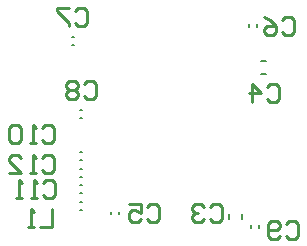
<source format=gbo>
%FSLAX25Y25*%
%MOIN*%
G70*
G01*
G75*
G04 Layer_Color=32896*
%ADD10C,0.01000*%
%ADD11C,0.01200*%
%ADD12O,0.01181X0.06890*%
%ADD13O,0.06890X0.01181*%
%ADD14R,0.09449X0.07874*%
%ADD15R,0.03543X0.03740*%
%ADD16R,0.06000X0.18000*%
%ADD17R,0.18000X0.04000*%
%ADD18R,0.10000X0.08248*%
%ADD19R,0.06000X0.08000*%
%ADD20R,0.08000X0.06000*%
%ADD21R,0.06000X0.08500*%
%ADD22R,0.08500X0.06000*%
%ADD23R,0.18000X0.06000*%
%ADD24R,0.10000X0.08500*%
%ADD25R,0.07500X0.12000*%
%ADD26R,0.05906X0.05906*%
%ADD27R,0.05906X0.05906*%
%ADD28C,0.02400*%
%ADD29C,0.04500*%
%ADD30C,0.02000*%
%ADD31R,0.03740X0.03543*%
%ADD32R,0.05118X0.03543*%
%ADD33R,0.03543X0.05118*%
%ADD34R,0.04654X0.02962*%
%ADD35R,0.04962X0.04654*%
%ADD36R,0.18724X0.06000*%
%ADD37R,0.06000X0.18500*%
%ADD38C,0.02362*%
%ADD39C,0.00787*%
%ADD40O,0.01781X0.07490*%
%ADD41O,0.07490X0.01781*%
%ADD42R,0.10049X0.08474*%
%ADD43R,0.04143X0.04340*%
%ADD44R,0.06506X0.06506*%
%ADD45R,0.06506X0.06506*%
%ADD46C,0.03000*%
%ADD47C,0.05100*%
%ADD48R,0.04340X0.04143*%
%ADD49R,0.05718X0.04143*%
%ADD50R,0.04143X0.05718*%
D10*
X48276Y59498D02*
Y53500D01*
X44278D01*
X42278D02*
X40279D01*
X41279D01*
Y59498D01*
X42278Y58498D01*
X45278Y67998D02*
X46277Y68998D01*
X48277D01*
X49277Y67998D01*
Y64000D01*
X48277Y63000D01*
X46277D01*
X45278Y64000D01*
X43278Y63000D02*
X41279D01*
X42279D01*
Y68998D01*
X43278Y67998D01*
X38280Y63000D02*
X36281D01*
X37280D01*
Y68998D01*
X38280Y67998D01*
X44778Y76498D02*
X45777Y77498D01*
X47777D01*
X48777Y76498D01*
Y72500D01*
X47777Y71500D01*
X45777D01*
X44778Y72500D01*
X42778Y71500D02*
X40779D01*
X41779D01*
Y77498D01*
X42778Y76498D01*
X33781Y71500D02*
X37780D01*
X33781Y75499D01*
Y76498D01*
X34781Y77498D01*
X36780D01*
X37780Y76498D01*
X44778Y86498D02*
X45777Y87498D01*
X47777D01*
X48777Y86498D01*
Y82500D01*
X47777Y81500D01*
X45777D01*
X44778Y82500D01*
X42778Y81500D02*
X40779D01*
X41779D01*
Y87498D01*
X42778Y86498D01*
X37780D02*
X36780Y87498D01*
X34781D01*
X33781Y86498D01*
Y82500D01*
X34781Y81500D01*
X36780D01*
X37780Y82500D01*
Y86498D01*
X126278Y54498D02*
X127278Y55498D01*
X129277D01*
X130277Y54498D01*
Y50500D01*
X129277Y49500D01*
X127278D01*
X126278Y50500D01*
X124278D02*
X123279Y49500D01*
X121279D01*
X120280Y50500D01*
Y54498D01*
X121279Y55498D01*
X123279D01*
X124278Y54498D01*
Y53499D01*
X123279Y52499D01*
X120280D01*
X58778Y100998D02*
X59777Y101998D01*
X61777D01*
X62776Y100998D01*
Y97000D01*
X61777Y96000D01*
X59777D01*
X58778Y97000D01*
X56778Y100998D02*
X55779Y101998D01*
X53779D01*
X52780Y100998D01*
Y99999D01*
X53779Y98999D01*
X52780Y97999D01*
Y97000D01*
X53779Y96000D01*
X55779D01*
X56778Y97000D01*
Y97999D01*
X55779Y98999D01*
X56778Y99999D01*
Y100998D01*
X55779Y98999D02*
X53779D01*
X55778Y125498D02*
X56778Y126498D01*
X58777D01*
X59777Y125498D01*
Y121500D01*
X58777Y120500D01*
X56778D01*
X55778Y121500D01*
X53778Y126498D02*
X49780D01*
Y125498D01*
X53778Y121500D01*
Y120500D01*
X124778Y122498D02*
X125777Y123498D01*
X127777D01*
X128777Y122498D01*
Y118500D01*
X127777Y117500D01*
X125777D01*
X124778Y118500D01*
X118780Y123498D02*
X120779Y122498D01*
X122778Y120499D01*
Y118500D01*
X121779Y117500D01*
X119779D01*
X118780Y118500D01*
Y119499D01*
X119779Y120499D01*
X122778D01*
X79778Y59998D02*
X80778Y60998D01*
X82777D01*
X83776Y59998D01*
Y56000D01*
X82777Y55000D01*
X80778D01*
X79778Y56000D01*
X73780Y60998D02*
X77778D01*
Y57999D01*
X75779Y58999D01*
X74779D01*
X73780Y57999D01*
Y56000D01*
X74779Y55000D01*
X76779D01*
X77778Y56000D01*
X119778Y99998D02*
X120777Y100998D01*
X122777D01*
X123776Y99998D01*
Y96000D01*
X122777Y95000D01*
X120777D01*
X119778Y96000D01*
X114779Y95000D02*
Y100998D01*
X117778Y97999D01*
X113780D01*
X100778Y59998D02*
X101778Y60998D01*
X103777D01*
X104777Y59998D01*
Y56000D01*
X103777Y55000D01*
X101778D01*
X100778Y56000D01*
X98778Y59998D02*
X97779Y60998D01*
X95779D01*
X94780Y59998D01*
Y58999D01*
X95779Y57999D01*
X96779D01*
X95779D01*
X94780Y56999D01*
Y56000D01*
X95779Y55000D01*
X97779D01*
X98778Y56000D01*
D39*
X54883Y114122D02*
X55670D01*
X54883Y116878D02*
X55670D01*
X57383Y89622D02*
X58170D01*
X57383Y92378D02*
X58170D01*
X57383Y75622D02*
X58170D01*
X57383Y78378D02*
X58170D01*
X57383Y72878D02*
X58170D01*
X57383Y70122D02*
X58170D01*
X57383Y67378D02*
X58170D01*
X57383Y64622D02*
X58170D01*
X57383Y61878D02*
X58170D01*
X57383Y59122D02*
X58170D01*
X70654Y57606D02*
Y58394D01*
X67898Y57606D02*
Y58394D01*
X111442Y56213D02*
Y57787D01*
X107111Y56213D02*
Y57787D01*
X117154Y53106D02*
Y53894D01*
X114399Y53106D02*
Y53894D01*
X117989Y108665D02*
X119564D01*
X117989Y104335D02*
X119564D01*
X113899Y120106D02*
Y120894D01*
X116654Y120106D02*
Y120894D01*
M02*

</source>
